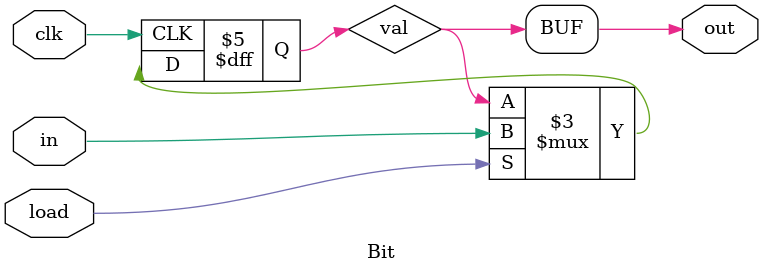
<source format=sv>
module Bit(
	input clk,			// clk
	input in,			// in値
	input load,			// load?
	output out);		// out

	reg val;

	always @(posedge clk) begin
		if(load == 1'b1) begin
			val <= in;
		end
	end

	assign out = val;

endmodule

</source>
